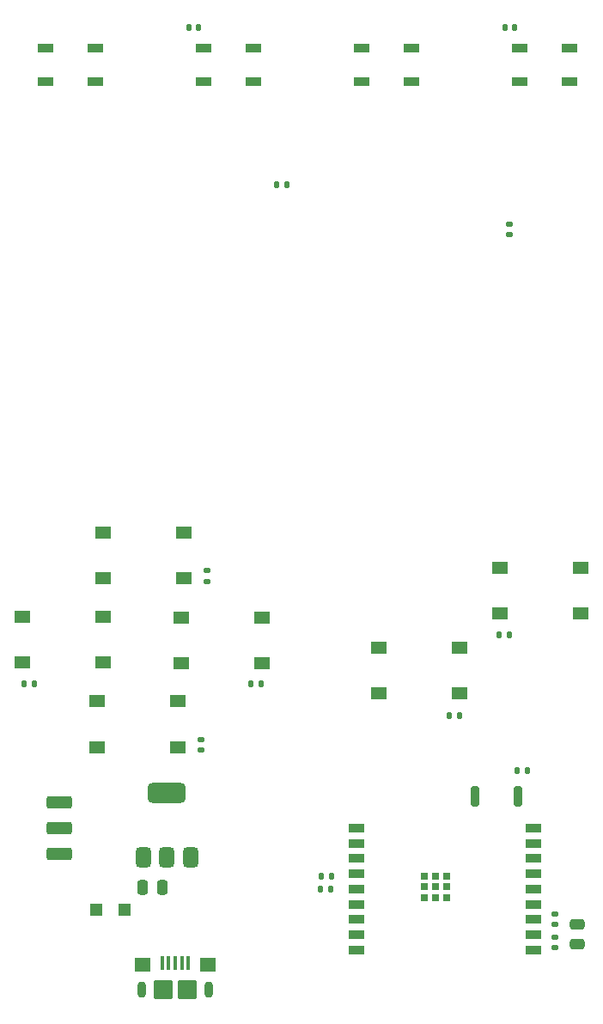
<source format=gbr>
%TF.GenerationSoftware,KiCad,Pcbnew,8.0.4-8.0.4-0~ubuntu22.04.1*%
%TF.CreationDate,2024-08-28T20:52:20+02:00*%
%TF.ProjectId,defcon32_badge,64656663-6f6e-4333-925f-62616467652e,rev?*%
%TF.SameCoordinates,Original*%
%TF.FileFunction,Paste,Top*%
%TF.FilePolarity,Positive*%
%FSLAX46Y46*%
G04 Gerber Fmt 4.6, Leading zero omitted, Abs format (unit mm)*
G04 Created by KiCad (PCBNEW 8.0.4-8.0.4-0~ubuntu22.04.1) date 2024-08-28 20:52:20*
%MOMM*%
%LPD*%
G01*
G04 APERTURE LIST*
G04 Aperture macros list*
%AMRoundRect*
0 Rectangle with rounded corners*
0 $1 Rounding radius*
0 $2 $3 $4 $5 $6 $7 $8 $9 X,Y pos of 4 corners*
0 Add a 4 corners polygon primitive as box body*
4,1,4,$2,$3,$4,$5,$6,$7,$8,$9,$2,$3,0*
0 Add four circle primitives for the rounded corners*
1,1,$1+$1,$2,$3*
1,1,$1+$1,$4,$5*
1,1,$1+$1,$6,$7*
1,1,$1+$1,$8,$9*
0 Add four rect primitives between the rounded corners*
20,1,$1+$1,$2,$3,$4,$5,0*
20,1,$1+$1,$4,$5,$6,$7,0*
20,1,$1+$1,$6,$7,$8,$9,0*
20,1,$1+$1,$8,$9,$2,$3,0*%
G04 Aperture macros list end*
%ADD10RoundRect,0.135000X-0.135000X-0.185000X0.135000X-0.185000X0.135000X0.185000X-0.135000X0.185000X0*%
%ADD11RoundRect,0.135000X0.185000X-0.135000X0.185000X0.135000X-0.185000X0.135000X-0.185000X-0.135000X0*%
%ADD12RoundRect,0.135000X0.135000X0.185000X-0.135000X0.185000X-0.135000X-0.185000X0.135000X-0.185000X0*%
%ADD13R,1.500000X0.900000*%
%ADD14RoundRect,0.200000X-0.200000X-0.800000X0.200000X-0.800000X0.200000X0.800000X-0.200000X0.800000X0*%
%ADD15RoundRect,0.140000X0.140000X0.170000X-0.140000X0.170000X-0.140000X-0.170000X0.140000X-0.170000X0*%
%ADD16RoundRect,0.135000X-0.185000X0.135000X-0.185000X-0.135000X0.185000X-0.135000X0.185000X0.135000X0*%
%ADD17RoundRect,0.140000X-0.140000X-0.170000X0.140000X-0.170000X0.140000X0.170000X-0.140000X0.170000X0*%
%ADD18RoundRect,0.100000X-0.100000X-0.575000X0.100000X-0.575000X0.100000X0.575000X-0.100000X0.575000X0*%
%ADD19O,0.900000X1.600000*%
%ADD20RoundRect,0.250000X-0.550000X-0.450000X0.550000X-0.450000X0.550000X0.450000X-0.550000X0.450000X0*%
%ADD21RoundRect,0.250000X-0.700000X-0.700000X0.700000X-0.700000X0.700000X0.700000X-0.700000X0.700000X0*%
%ADD22R,1.550000X1.300000*%
%ADD23RoundRect,0.375000X0.375000X-0.625000X0.375000X0.625000X-0.375000X0.625000X-0.375000X-0.625000X0*%
%ADD24RoundRect,0.500000X1.400000X-0.500000X1.400000X0.500000X-1.400000X0.500000X-1.400000X-0.500000X0*%
%ADD25R,1.200000X1.200000*%
%ADD26RoundRect,0.250000X-1.000000X0.375000X-1.000000X-0.375000X1.000000X-0.375000X1.000000X0.375000X0*%
%ADD27RoundRect,0.140000X-0.170000X0.140000X-0.170000X-0.140000X0.170000X-0.140000X0.170000X0.140000X0*%
%ADD28R,0.700000X0.700000*%
%ADD29RoundRect,0.250000X-0.475000X0.250000X-0.475000X-0.250000X0.475000X-0.250000X0.475000X0.250000X0*%
%ADD30RoundRect,0.250000X-0.250000X-0.475000X0.250000X-0.475000X0.250000X0.475000X-0.250000X0.475000X0*%
G04 APERTURE END LIST*
D10*
%TO.C,R9*%
X131190000Y-148900000D03*
X132210000Y-148900000D03*
%TD*%
D11*
%TO.C,R11*%
X149800000Y-84310000D03*
X149800000Y-83290000D03*
%TD*%
D12*
%TO.C,R7*%
X149760000Y-123800000D03*
X148740000Y-123800000D03*
%TD*%
D13*
%TO.C,D3*%
X119683333Y-65975000D03*
X119683333Y-69275000D03*
X124583333Y-69275000D03*
X124583333Y-65975000D03*
%TD*%
D14*
%TO.C,SW1*%
X146400000Y-139700000D03*
X150600000Y-139700000D03*
%TD*%
D15*
%TO.C,C2*%
X127830000Y-79400000D03*
X126870000Y-79400000D03*
%TD*%
D16*
%TO.C,R1*%
X154300000Y-151340000D03*
X154300000Y-152360000D03*
%TD*%
D12*
%TO.C,R4*%
X125360000Y-128600000D03*
X124340000Y-128600000D03*
%TD*%
D13*
%TO.C,D4*%
X104100000Y-65975000D03*
X104100000Y-69275000D03*
X109000000Y-69275000D03*
X109000000Y-65975000D03*
%TD*%
D17*
%TO.C,C3*%
X149370000Y-63950000D03*
X150330000Y-63950000D03*
%TD*%
D13*
%TO.C,D1*%
X150850000Y-65975000D03*
X150850000Y-69275000D03*
X155750000Y-69275000D03*
X155750000Y-65975000D03*
%TD*%
D18*
%TO.C,J2*%
X115550000Y-156125000D03*
X116200000Y-156125000D03*
X116850000Y-156125000D03*
X117500000Y-156125000D03*
X118150000Y-156125000D03*
D19*
X113550000Y-158800000D03*
D20*
X113650000Y-156350000D03*
D21*
X115650000Y-158800000D03*
X118050000Y-158800000D03*
D20*
X120050000Y-156350000D03*
D19*
X120150000Y-158800000D03*
%TD*%
D16*
%TO.C,R5*%
X119400000Y-134090000D03*
X119400000Y-135110000D03*
%TD*%
D10*
%TO.C,R2*%
X150590000Y-137200000D03*
X151610000Y-137200000D03*
%TD*%
D22*
%TO.C,SW7*%
X136925000Y-125100000D03*
X144875000Y-125100000D03*
X136925000Y-129600000D03*
X144875000Y-129600000D03*
%TD*%
D16*
%TO.C,R3*%
X119950000Y-117490000D03*
X119950000Y-118510000D03*
%TD*%
D22*
%TO.C,SW6*%
X148875000Y-117200000D03*
X156825000Y-117200000D03*
X148875000Y-121700000D03*
X156825000Y-121700000D03*
%TD*%
D23*
%TO.C,U2*%
X113750000Y-145700000D03*
X116050000Y-145700000D03*
D24*
X116050000Y-139400000D03*
D23*
X118350000Y-145700000D03*
%TD*%
D13*
%TO.C,D2*%
X135266666Y-65975000D03*
X135266666Y-69275000D03*
X140166666Y-69275000D03*
X140166666Y-65975000D03*
%TD*%
D25*
%TO.C,D9*%
X111900000Y-150900000D03*
X109100000Y-150900000D03*
%TD*%
D26*
%TO.C,SW8*%
X105450000Y-140350000D03*
X105450000Y-142850000D03*
X105450000Y-145350000D03*
%TD*%
D22*
%TO.C,SW4*%
X109150000Y-130350000D03*
X117100000Y-130350000D03*
X109150000Y-134850000D03*
X117100000Y-134850000D03*
%TD*%
%TO.C,SW3*%
X117475000Y-122100000D03*
X125425000Y-122100000D03*
X117475000Y-126600000D03*
X125425000Y-126600000D03*
%TD*%
D10*
%TO.C,R6*%
X101990000Y-128650000D03*
X103010000Y-128650000D03*
%TD*%
D27*
%TO.C,C1*%
X154300000Y-153620000D03*
X154300000Y-154580000D03*
%TD*%
D28*
%TO.C,U1*%
X143590000Y-149750000D03*
X143590000Y-148650000D03*
X143590000Y-147550000D03*
X142490000Y-149750000D03*
X142490000Y-148650000D03*
X142490000Y-147550000D03*
X141390000Y-149750000D03*
X141390000Y-148650000D03*
X141390000Y-147550000D03*
D13*
X152200000Y-154850000D03*
X152200000Y-153350000D03*
X152200000Y-151850000D03*
X152200000Y-150350000D03*
X152200000Y-148850000D03*
X152200000Y-147350000D03*
X152200000Y-145850000D03*
X152200000Y-144350000D03*
X152200000Y-142850000D03*
X134700000Y-142850000D03*
X134700000Y-144350000D03*
X134700000Y-145850000D03*
X134700000Y-147350000D03*
X134700000Y-148850000D03*
X134700000Y-150350000D03*
X134700000Y-151850000D03*
X134700000Y-153350000D03*
X134700000Y-154850000D03*
%TD*%
D29*
%TO.C,C8*%
X156500000Y-152350000D03*
X156500000Y-154250000D03*
%TD*%
D22*
%TO.C,SW5*%
X101775000Y-122050000D03*
X109725000Y-122050000D03*
X101775000Y-126550000D03*
X109725000Y-126550000D03*
%TD*%
D17*
%TO.C,C5*%
X118170000Y-63900000D03*
X119130000Y-63900000D03*
%TD*%
D10*
%TO.C,R10*%
X131240000Y-147550000D03*
X132260000Y-147550000D03*
%TD*%
D22*
%TO.C,SW2*%
X109750000Y-113750000D03*
X117700000Y-113750000D03*
X109750000Y-118250000D03*
X117700000Y-118250000D03*
%TD*%
D12*
%TO.C,R8*%
X144910000Y-131750000D03*
X143890000Y-131750000D03*
%TD*%
D30*
%TO.C,C7*%
X113650000Y-148700000D03*
X115550000Y-148700000D03*
%TD*%
M02*

</source>
